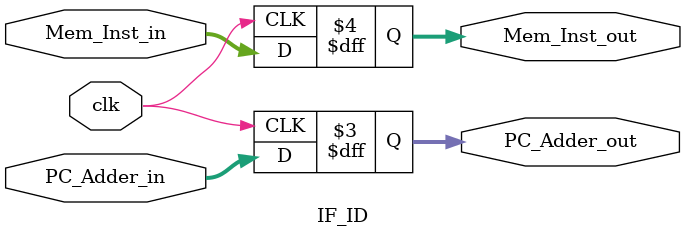
<source format=v>
`timescale 1ns/1ns

module IF_ID (
    input [31:00] PC_Adder_in,
    input [31:00] Mem_Inst_in,
    input clk,
    output reg [31:00] PC_Adder_out,
    output reg [31:00] Mem_Inst_out
);

initial
begin
  PC_Adder_out = 0;
  Mem_Inst_out = 0;
end

always @(posedge clk)
begin
  PC_Adder_out = PC_Adder_in;
  Mem_Inst_out = Mem_Inst_in;
end

endmodule
</source>
